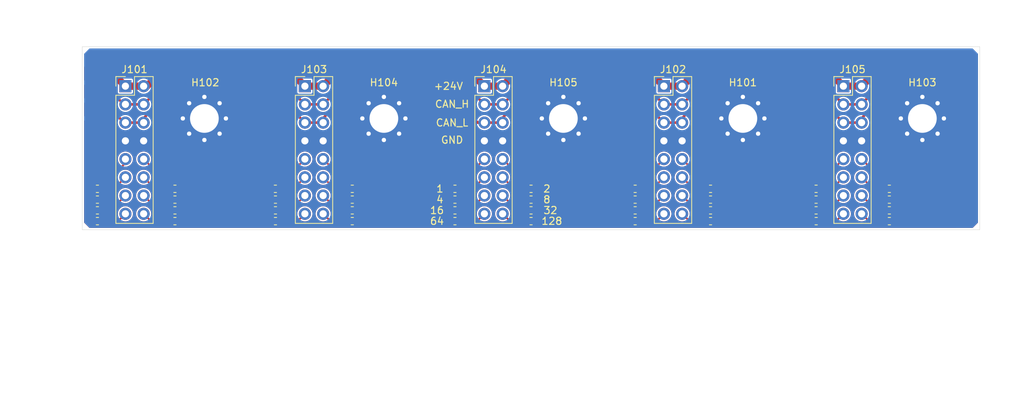
<source format=kicad_pcb>
(kicad_pcb (version 20171130) (host pcbnew 5.1.8-db9833491~87~ubuntu18.04.1)
  (layers (0 F.Cu signal) (31 B.Cu signal) (34 B.Paste user) (35 F.Paste user) (36 B.SilkS user) (37 F.SilkS user) (38 B.Mask user) (39 F.Mask user) (44 Edge.Cuts user))
  (net 0 "")
  (net 1 +24V)
  (net 2 "Net-(J101-Pad14)")
  (net 3 "Net-(J101-Pad13)")
  (net 4 "Net-(J101-Pad12)")
  (net 5 "Net-(J101-Pad11)")
  (net 6 "Net-(J101-Pad10)")
  (net 7 "Net-(J101-Pad9)")
  (net 8 /CAN1_L)
  (net 9 /CAN1_H)
  (net 10 "Net-(J102-Pad14)")
  (net 11 "Net-(J102-Pad13)")
  (net 12 "Net-(J102-Pad12)")
  (net 13 "Net-(J102-Pad11)")
  (net 14 "Net-(J102-Pad10)")
  (net 15 "Net-(J102-Pad9)")
  (net 16 "Net-(J103-Pad14)")
  (net 17 "Net-(J103-Pad13)")
  (net 18 "Net-(J103-Pad12)")
  (net 19 "Net-(J103-Pad11)")
  (net 20 "Net-(J103-Pad10)")
  (net 21 "Net-(J103-Pad9)")
  (net 22 "Net-(J104-Pad14)")
  (net 23 "Net-(J104-Pad13)")
  (net 24 "Net-(J104-Pad12)")
  (net 25 "Net-(J104-Pad11)")
  (net 26 "Net-(J104-Pad10)")
  (net 27 "Net-(J104-Pad9)")
  (net 28 "Net-(J105-Pad14)")
  (net 29 "Net-(J105-Pad13)")
  (net 30 "Net-(J105-Pad12)")
  (net 31 "Net-(J105-Pad11)")
  (net 32 "Net-(J105-Pad10)")
  (net 33 "Net-(J105-Pad9)")
  (net 34 "Net-(J101-Pad15)")
  (net 35 "Net-(J102-Pad15)")
  (net 36 "Net-(J103-Pad15)")
  (net 37 "Net-(J101-Pad16)")
  (net 38 "Net-(J102-Pad16)")
  (net 39 "Net-(J103-Pad16)")
  (net 40 "Net-(J104-Pad15)")
  (net 41 "Net-(J105-Pad15)")
  (net 42 "Net-(J104-Pad16)")
  (net 43 "Net-(J105-Pad16)")
  (net 44 GND)
  (module ProjectFootprints:PinHeader_2x08_P2.54mm_Vertical (layer F.Cu) (at 140 30)
    (fp_text reference J105 (at 1.27 -2.33) (layer F.SilkS))
    (fp_text value Conn_02x07_Odd_Even)
    (pad 1 thru_hole rect (at 0 0) (size 1.7 1.7) (drill 1) (layers *.Cu *.Mask) (net 1 +24V))
    (pad 2 thru_hole oval (at 2.54 0) (size 1.7 1.7) (drill 1) (layers *.Cu *.Mask) (net 1 +24V))
    (pad 3 thru_hole oval (at 0 2.54) (size 1.7 1.7) (drill 1) (layers *.Cu *.Mask) (net 9 /CAN1_H))
    (pad 4 thru_hole oval (at 2.54 2.54) (size 1.7 1.7) (drill 1) (layers *.Cu *.Mask) (net 9 /CAN1_H))
    (pad 5 thru_hole oval (at 0 5.08) (size 1.7 1.7) (drill 1) (layers *.Cu *.Mask) (net 8 /CAN1_L))
    (pad 6 thru_hole oval (at 2.54 5.08) (size 1.7 1.7) (drill 1) (layers *.Cu *.Mask) (net 8 /CAN1_L))
    (pad 7 thru_hole oval (at 0 7.62) (size 1.7 1.7) (drill 1) (layers *.Cu *.Mask) (net 44 GND))
    (pad 8 thru_hole oval (at 2.54 7.62) (size 1.7 1.7) (drill 1) (layers *.Cu *.Mask) (net 44 GND))
    (pad 9 thru_hole oval (at 0 10.16) (size 1.7 1.7) (drill 1) (layers *.Cu *.Mask) (net 33 "Net-(J105-Pad9)"))
    (pad 10 thru_hole oval (at 2.54 10.16) (size 1.7 1.7) (drill 1) (layers *.Cu *.Mask) (net 32 "Net-(J105-Pad10)"))
    (pad 11 thru_hole oval (at 0 12.7) (size 1.7 1.7) (drill 1) (layers *.Cu *.Mask) (net 31 "Net-(J105-Pad11)"))
    (pad 12 thru_hole oval (at 2.54 12.7) (size 1.7 1.7) (drill 1) (layers *.Cu *.Mask) (net 30 "Net-(J105-Pad12)"))
    (pad 13 thru_hole oval (at 0 15.24) (size 1.7 1.7) (drill 1) (layers *.Cu *.Mask) (net 29 "Net-(J105-Pad13)"))
    (pad 14 thru_hole oval (at 2.54 15.24) (size 1.7 1.7) (drill 1) (layers *.Cu *.Mask) (net 28 "Net-(J105-Pad14)"))
    (pad 15 thru_hole oval (at 0 17.78) (size 1.7 1.7) (drill 1) (layers *.Cu *.Mask) (net 41 "Net-(J105-Pad15)"))
    (pad 16 thru_hole oval (at 2.54 17.78) (size 1.7 1.7) (drill 1) (layers *.Cu *.Mask) (net 43 "Net-(J105-Pad16)"))
  )
  (module ProjectFootprints:PinHeader_2x08_P2.54mm_Vertical (layer F.Cu) (at 90 30)
    (fp_text reference J104 (at 1.27 -2.33) (layer F.SilkS))
    (fp_text value Conn_02x07_Odd_Even)
    (pad 1 thru_hole rect (at 0 0) (size 1.7 1.7) (drill 1) (layers *.Cu *.Mask) (net 1 +24V))
    (pad 2 thru_hole oval (at 2.54 0) (size 1.7 1.7) (drill 1) (layers *.Cu *.Mask) (net 1 +24V))
    (pad 3 thru_hole oval (at 0 2.54) (size 1.7 1.7) (drill 1) (layers *.Cu *.Mask) (net 9 /CAN1_H))
    (pad 4 thru_hole oval (at 2.54 2.54) (size 1.7 1.7) (drill 1) (layers *.Cu *.Mask) (net 9 /CAN1_H))
    (pad 5 thru_hole oval (at 0 5.08) (size 1.7 1.7) (drill 1) (layers *.Cu *.Mask) (net 8 /CAN1_L))
    (pad 6 thru_hole oval (at 2.54 5.08) (size 1.7 1.7) (drill 1) (layers *.Cu *.Mask) (net 8 /CAN1_L))
    (pad 7 thru_hole oval (at 0 7.62) (size 1.7 1.7) (drill 1) (layers *.Cu *.Mask) (net 44 GND))
    (pad 8 thru_hole oval (at 2.54 7.62) (size 1.7 1.7) (drill 1) (layers *.Cu *.Mask) (net 44 GND))
    (pad 9 thru_hole oval (at 0 10.16) (size 1.7 1.7) (drill 1) (layers *.Cu *.Mask) (net 27 "Net-(J104-Pad9)"))
    (pad 10 thru_hole oval (at 2.54 10.16) (size 1.7 1.7) (drill 1) (layers *.Cu *.Mask) (net 26 "Net-(J104-Pad10)"))
    (pad 11 thru_hole oval (at 0 12.7) (size 1.7 1.7) (drill 1) (layers *.Cu *.Mask) (net 25 "Net-(J104-Pad11)"))
    (pad 12 thru_hole oval (at 2.54 12.7) (size 1.7 1.7) (drill 1) (layers *.Cu *.Mask) (net 24 "Net-(J104-Pad12)"))
    (pad 13 thru_hole oval (at 0 15.24) (size 1.7 1.7) (drill 1) (layers *.Cu *.Mask) (net 23 "Net-(J104-Pad13)"))
    (pad 14 thru_hole oval (at 2.54 15.24) (size 1.7 1.7) (drill 1) (layers *.Cu *.Mask) (net 22 "Net-(J104-Pad14)"))
    (pad 15 thru_hole oval (at 0 17.78) (size 1.7 1.7) (drill 1) (layers *.Cu *.Mask) (net 40 "Net-(J104-Pad15)"))
    (pad 16 thru_hole oval (at 2.54 17.78) (size 1.7 1.7) (drill 1) (layers *.Cu *.Mask) (net 42 "Net-(J104-Pad16)"))
  )
  (module ProjectFootprints:PinHeader_2x08_P2.54mm_Vertical (layer F.Cu) (at 65 30)
    (fp_text reference J103 (at 1.27 -2.33) (layer F.SilkS))
    (fp_text value Conn_02x07_Odd_Even)
    (pad 1 thru_hole rect (at 0 0) (size 1.7 1.7) (drill 1) (layers *.Cu *.Mask) (net 1 +24V))
    (pad 2 thru_hole oval (at 2.54 0) (size 1.7 1.7) (drill 1) (layers *.Cu *.Mask) (net 1 +24V))
    (pad 3 thru_hole oval (at 0 2.54) (size 1.7 1.7) (drill 1) (layers *.Cu *.Mask) (net 9 /CAN1_H))
    (pad 4 thru_hole oval (at 2.54 2.54) (size 1.7 1.7) (drill 1) (layers *.Cu *.Mask) (net 9 /CAN1_H))
    (pad 5 thru_hole oval (at 0 5.08) (size 1.7 1.7) (drill 1) (layers *.Cu *.Mask) (net 8 /CAN1_L))
    (pad 6 thru_hole oval (at 2.54 5.08) (size 1.7 1.7) (drill 1) (layers *.Cu *.Mask) (net 8 /CAN1_L))
    (pad 7 thru_hole oval (at 0 7.62) (size 1.7 1.7) (drill 1) (layers *.Cu *.Mask) (net 44 GND))
    (pad 8 thru_hole oval (at 2.54 7.62) (size 1.7 1.7) (drill 1) (layers *.Cu *.Mask) (net 44 GND))
    (pad 9 thru_hole oval (at 0 10.16) (size 1.7 1.7) (drill 1) (layers *.Cu *.Mask) (net 21 "Net-(J103-Pad9)"))
    (pad 10 thru_hole oval (at 2.54 10.16) (size 1.7 1.7) (drill 1) (layers *.Cu *.Mask) (net 20 "Net-(J103-Pad10)"))
    (pad 11 thru_hole oval (at 0 12.7) (size 1.7 1.7) (drill 1) (layers *.Cu *.Mask) (net 19 "Net-(J103-Pad11)"))
    (pad 12 thru_hole oval (at 2.54 12.7) (size 1.7 1.7) (drill 1) (layers *.Cu *.Mask) (net 18 "Net-(J103-Pad12)"))
    (pad 13 thru_hole oval (at 0 15.24) (size 1.7 1.7) (drill 1) (layers *.Cu *.Mask) (net 17 "Net-(J103-Pad13)"))
    (pad 14 thru_hole oval (at 2.54 15.24) (size 1.7 1.7) (drill 1) (layers *.Cu *.Mask) (net 16 "Net-(J103-Pad14)"))
    (pad 15 thru_hole oval (at 0 17.78) (size 1.7 1.7) (drill 1) (layers *.Cu *.Mask) (net 36 "Net-(J103-Pad15)"))
    (pad 16 thru_hole oval (at 2.54 17.78) (size 1.7 1.7) (drill 1) (layers *.Cu *.Mask) (net 39 "Net-(J103-Pad16)"))
  )
  (module ProjectFootprints:PinHeader_2x08_P2.54mm_Vertical (layer F.Cu) (at 115 30)
    (fp_text reference J102 (at 1.27 -2.33) (layer F.SilkS))
    (fp_text value Conn_02x07_Odd_Even)
    (pad 1 thru_hole rect (at 0 0) (size 1.7 1.7) (drill 1) (layers *.Cu *.Mask) (net 1 +24V))
    (pad 2 thru_hole oval (at 2.54 0) (size 1.7 1.7) (drill 1) (layers *.Cu *.Mask) (net 1 +24V))
    (pad 3 thru_hole oval (at 0 2.54) (size 1.7 1.7) (drill 1) (layers *.Cu *.Mask) (net 9 /CAN1_H))
    (pad 4 thru_hole oval (at 2.54 2.54) (size 1.7 1.7) (drill 1) (layers *.Cu *.Mask) (net 9 /CAN1_H))
    (pad 5 thru_hole oval (at 0 5.08) (size 1.7 1.7) (drill 1) (layers *.Cu *.Mask) (net 8 /CAN1_L))
    (pad 6 thru_hole oval (at 2.54 5.08) (size 1.7 1.7) (drill 1) (layers *.Cu *.Mask) (net 8 /CAN1_L))
    (pad 7 thru_hole oval (at 0 7.62) (size 1.7 1.7) (drill 1) (layers *.Cu *.Mask) (net 44 GND))
    (pad 8 thru_hole oval (at 2.54 7.62) (size 1.7 1.7) (drill 1) (layers *.Cu *.Mask) (net 44 GND))
    (pad 9 thru_hole oval (at 0 10.16) (size 1.7 1.7) (drill 1) (layers *.Cu *.Mask) (net 15 "Net-(J102-Pad9)"))
    (pad 10 thru_hole oval (at 2.54 10.16) (size 1.7 1.7) (drill 1) (layers *.Cu *.Mask) (net 14 "Net-(J102-Pad10)"))
    (pad 11 thru_hole oval (at 0 12.7) (size 1.7 1.7) (drill 1) (layers *.Cu *.Mask) (net 13 "Net-(J102-Pad11)"))
    (pad 12 thru_hole oval (at 2.54 12.7) (size 1.7 1.7) (drill 1) (layers *.Cu *.Mask) (net 12 "Net-(J102-Pad12)"))
    (pad 13 thru_hole oval (at 0 15.24) (size 1.7 1.7) (drill 1) (layers *.Cu *.Mask) (net 11 "Net-(J102-Pad13)"))
    (pad 14 thru_hole oval (at 2.54 15.24) (size 1.7 1.7) (drill 1) (layers *.Cu *.Mask) (net 10 "Net-(J102-Pad14)"))
    (pad 15 thru_hole oval (at 0 17.78) (size 1.7 1.7) (drill 1) (layers *.Cu *.Mask) (net 35 "Net-(J102-Pad15)"))
    (pad 16 thru_hole oval (at 2.54 17.78) (size 1.7 1.7) (drill 1) (layers *.Cu *.Mask) (net 38 "Net-(J102-Pad16)"))
  )
  (module ProjectFootprints:PinHeader_2x08_P2.54mm_Vertical (layer F.Cu) (at 40 30)
    (fp_text reference J101 (at 1.27 -2.33) (layer F.SilkS))
    (fp_text value Conn_02x07_Odd_Even)
    (pad 1 thru_hole rect (at 0 0) (size 1.7 1.7) (drill 1) (layers *.Cu *.Mask) (net 1 +24V))
    (pad 2 thru_hole oval (at 2.54 0) (size 1.7 1.7) (drill 1) (layers *.Cu *.Mask) (net 1 +24V))
    (pad 3 thru_hole oval (at 0 2.54) (size 1.7 1.7) (drill 1) (layers *.Cu *.Mask) (net 9 /CAN1_H))
    (pad 4 thru_hole oval (at 2.54 2.54) (size 1.7 1.7) (drill 1) (layers *.Cu *.Mask) (net 9 /CAN1_H))
    (pad 5 thru_hole oval (at 0 5.08) (size 1.7 1.7) (drill 1) (layers *.Cu *.Mask) (net 8 /CAN1_L))
    (pad 6 thru_hole oval (at 2.54 5.08) (size 1.7 1.7) (drill 1) (layers *.Cu *.Mask) (net 8 /CAN1_L))
    (pad 7 thru_hole oval (at 0 7.62) (size 1.7 1.7) (drill 1) (layers *.Cu *.Mask) (net 44 GND))
    (pad 8 thru_hole oval (at 2.54 7.62) (size 1.7 1.7) (drill 1) (layers *.Cu *.Mask) (net 44 GND))
    (pad 9 thru_hole oval (at 0 10.16) (size 1.7 1.7) (drill 1) (layers *.Cu *.Mask) (net 7 "Net-(J101-Pad9)"))
    (pad 10 thru_hole oval (at 2.54 10.16) (size 1.7 1.7) (drill 1) (layers *.Cu *.Mask) (net 6 "Net-(J101-Pad10)"))
    (pad 11 thru_hole oval (at 0 12.7) (size 1.7 1.7) (drill 1) (layers *.Cu *.Mask) (net 5 "Net-(J101-Pad11)"))
    (pad 12 thru_hole oval (at 2.54 12.7) (size 1.7 1.7) (drill 1) (layers *.Cu *.Mask) (net 4 "Net-(J101-Pad12)"))
    (pad 13 thru_hole oval (at 0 15.24) (size 1.7 1.7) (drill 1) (layers *.Cu *.Mask) (net 3 "Net-(J101-Pad13)"))
    (pad 14 thru_hole oval (at 2.54 15.24) (size 1.7 1.7) (drill 1) (layers *.Cu *.Mask) (net 2 "Net-(J101-Pad14)"))
    (pad 15 thru_hole oval (at 0 17.78) (size 1.7 1.7) (drill 1) (layers *.Cu *.Mask) (net 34 "Net-(J101-Pad15)"))
    (pad 16 thru_hole oval (at 2.54 17.78) (size 1.7 1.7) (drill 1) (layers *.Cu *.Mask) (net 37 "Net-(J101-Pad16)"))
  )
  (module Resistor_SMD:R_0603_1608Metric (layer F.Cu) (at 146.4 48.8 180)
    (fp_text reference R140 hide)
    (fp_text value 0R)
    (pad 2 smd roundrect (at 0.7875 0 180) (size 0.875 0.95) (layers F.Cu F.Paste F.Mask) (net 43 "Net-(J105-Pad16)"))
    (pad 1 smd roundrect (at -0.7875 0 180) (size 0.875 0.95) (layers F.Cu F.Paste F.Mask) (net 44 GND))
  )
  (module Resistor_SMD:R_0603_1608Metric (layer F.Cu) (at 146.4 47.3 180)
    (fp_text reference R139 hide)
    (fp_text value 0R)
    (pad 2 smd roundrect (at 0.7875 0 180) (size 0.875 0.95) (layers F.Cu F.Paste F.Mask) (net 28 "Net-(J105-Pad14)"))
    (pad 1 smd roundrect (at -0.7875 0 180) (size 0.875 0.95) (layers F.Cu F.Paste F.Mask) (net 44 GND))
  )
  (module Resistor_SMD:R_0603_1608Metric (layer F.Cu) (at 146.4 45.8 180)
    (fp_text reference R138 hide)
    (fp_text value 0R)
    (pad 2 smd roundrect (at 0.7875 0 180) (size 0.875 0.95) (layers F.Cu F.Paste F.Mask) (net 30 "Net-(J105-Pad12)"))
    (pad 1 smd roundrect (at -0.7875 0 180) (size 0.875 0.95) (layers F.Cu F.Paste F.Mask) (net 44 GND))
  )
  (module Resistor_SMD:R_0603_1608Metric (layer F.Cu) (at 146.4 44.3 180)
    (fp_text reference R137 hide)
    (fp_text value 0R)
    (pad 2 smd roundrect (at 0.7875 0 180) (size 0.875 0.95) (layers F.Cu F.Paste F.Mask) (net 32 "Net-(J105-Pad10)"))
    (pad 1 smd roundrect (at -0.7875 0 180) (size 0.875 0.95) (layers F.Cu F.Paste F.Mask) (net 44 GND))
  )
  (module Resistor_SMD:R_0603_1608Metric (layer F.Cu) (at 96.5 48.8 180)
    (fp_text reference R136 hide)
    (fp_text value 0R)
    (pad 2 smd roundrect (at 0.7875 0 180) (size 0.875 0.95) (layers F.Cu F.Paste F.Mask) (net 42 "Net-(J104-Pad16)"))
    (pad 1 smd roundrect (at -0.7875 0 180) (size 0.875 0.95) (layers F.Cu F.Paste F.Mask) (net 44 GND))
  )
  (module Resistor_SMD:R_0603_1608Metric (layer F.Cu) (at 96.5 47.3 180)
    (fp_text reference R135 hide)
    (fp_text value 0R)
    (pad 2 smd roundrect (at 0.7875 0 180) (size 0.875 0.95) (layers F.Cu F.Paste F.Mask) (net 22 "Net-(J104-Pad14)"))
    (pad 1 smd roundrect (at -0.7875 0 180) (size 0.875 0.95) (layers F.Cu F.Paste F.Mask) (net 44 GND))
  )
  (module Resistor_SMD:R_0603_1608Metric (layer F.Cu) (at 96.5 45.8 180)
    (fp_text reference R134 hide)
    (fp_text value 0R)
    (pad 2 smd roundrect (at 0.7875 0 180) (size 0.875 0.95) (layers F.Cu F.Paste F.Mask) (net 24 "Net-(J104-Pad12)"))
    (pad 1 smd roundrect (at -0.7875 0 180) (size 0.875 0.95) (layers F.Cu F.Paste F.Mask) (net 44 GND))
  )
  (module Resistor_SMD:R_0603_1608Metric (layer F.Cu) (at 96.5 44.3 180)
    (fp_text reference R133 hide)
    (fp_text value 0R)
    (pad 2 smd roundrect (at 0.7875 0 180) (size 0.875 0.95) (layers F.Cu F.Paste F.Mask) (net 26 "Net-(J104-Pad10)"))
    (pad 1 smd roundrect (at -0.7875 0 180) (size 0.875 0.95) (layers F.Cu F.Paste F.Mask) (net 44 GND))
  )
  (module Resistor_SMD:R_0603_1608Metric (layer F.Cu) (at 136.2125 48.8)
    (fp_text reference R132 hide)
    (fp_text value 0R)
    (pad 2 smd roundrect (at 0.7875 0) (size 0.875 0.95) (layers F.Cu F.Paste F.Mask) (net 41 "Net-(J105-Pad15)"))
    (pad 1 smd roundrect (at -0.7875 0) (size 0.875 0.95) (layers F.Cu F.Paste F.Mask) (net 44 GND))
  )
  (module Resistor_SMD:R_0603_1608Metric (layer F.Cu) (at 136.2 47.3)
    (fp_text reference R131 hide)
    (fp_text value 0R)
    (pad 2 smd roundrect (at 0.7875 0) (size 0.875 0.95) (layers F.Cu F.Paste F.Mask) (net 29 "Net-(J105-Pad13)"))
    (pad 1 smd roundrect (at -0.7875 0) (size 0.875 0.95) (layers F.Cu F.Paste F.Mask) (net 44 GND))
  )
  (module Resistor_SMD:R_0603_1608Metric (layer F.Cu) (at 136.2 45.8)
    (fp_text reference R130 hide)
    (fp_text value 0R)
    (pad 2 smd roundrect (at 0.7875 0) (size 0.875 0.95) (layers F.Cu F.Paste F.Mask) (net 31 "Net-(J105-Pad11)"))
    (pad 1 smd roundrect (at -0.7875 0) (size 0.875 0.95) (layers F.Cu F.Paste F.Mask) (net 44 GND))
  )
  (module Resistor_SMD:R_0603_1608Metric (layer F.Cu) (at 136.2 44.3)
    (fp_text reference R129 hide)
    (fp_text value 0R)
    (pad 2 smd roundrect (at 0.7875 0) (size 0.875 0.95) (layers F.Cu F.Paste F.Mask) (net 33 "Net-(J105-Pad9)"))
    (pad 1 smd roundrect (at -0.7875 0) (size 0.875 0.95) (layers F.Cu F.Paste F.Mask) (net 44 GND))
  )
  (module Resistor_SMD:R_0603_1608Metric (layer F.Cu) (at 85.9 48.8)
    (fp_text reference R128 hide)
    (fp_text value 0R)
    (pad 2 smd roundrect (at 0.7875 0) (size 0.875 0.95) (layers F.Cu F.Paste F.Mask) (net 40 "Net-(J104-Pad15)"))
    (pad 1 smd roundrect (at -0.7875 0) (size 0.875 0.95) (layers F.Cu F.Paste F.Mask) (net 44 GND))
  )
  (module Resistor_SMD:R_0603_1608Metric (layer F.Cu) (at 85.9 47.3)
    (fp_text reference R127 hide)
    (fp_text value 0R)
    (pad 2 smd roundrect (at 0.7875 0) (size 0.875 0.95) (layers F.Cu F.Paste F.Mask) (net 23 "Net-(J104-Pad13)"))
    (pad 1 smd roundrect (at -0.7875 0) (size 0.875 0.95) (layers F.Cu F.Paste F.Mask) (net 44 GND))
  )
  (module Resistor_SMD:R_0603_1608Metric (layer F.Cu) (at 85.9 45.8)
    (fp_text reference R126 hide)
    (fp_text value 0R)
    (pad 2 smd roundrect (at 0.7875 0) (size 0.875 0.95) (layers F.Cu F.Paste F.Mask) (net 25 "Net-(J104-Pad11)"))
    (pad 1 smd roundrect (at -0.7875 0) (size 0.875 0.95) (layers F.Cu F.Paste F.Mask) (net 44 GND))
  )
  (module Resistor_SMD:R_0603_1608Metric (layer F.Cu) (at 85.9 44.3)
    (fp_text reference R125 hide)
    (fp_text value 0R)
    (pad 2 smd roundrect (at 0.7875 0) (size 0.875 0.95) (layers F.Cu F.Paste F.Mask) (net 27 "Net-(J104-Pad9)"))
    (pad 1 smd roundrect (at -0.7875 0) (size 0.875 0.95) (layers F.Cu F.Paste F.Mask) (net 44 GND))
  )
  (module Resistor_SMD:R_0603_1608Metric (layer F.Cu) (at 71.6 48.8 180)
    (fp_text reference R124 hide)
    (fp_text value 0R)
    (pad 2 smd roundrect (at 0.7875 0 180) (size 0.875 0.95) (layers F.Cu F.Paste F.Mask) (net 39 "Net-(J103-Pad16)"))
    (pad 1 smd roundrect (at -0.7875 0 180) (size 0.875 0.95) (layers F.Cu F.Paste F.Mask) (net 44 GND))
  )
  (module Resistor_SMD:R_0603_1608Metric (layer F.Cu) (at 71.6 47.3 180)
    (fp_text reference R123 hide)
    (fp_text value 0R)
    (pad 2 smd roundrect (at 0.7875 0 180) (size 0.875 0.95) (layers F.Cu F.Paste F.Mask) (net 16 "Net-(J103-Pad14)"))
    (pad 1 smd roundrect (at -0.7875 0 180) (size 0.875 0.95) (layers F.Cu F.Paste F.Mask) (net 44 GND))
  )
  (module Resistor_SMD:R_0603_1608Metric (layer F.Cu) (at 71.6 45.8 180)
    (fp_text reference R122 hide)
    (fp_text value 0R)
    (pad 2 smd roundrect (at 0.7875 0 180) (size 0.875 0.95) (layers F.Cu F.Paste F.Mask) (net 18 "Net-(J103-Pad12)"))
    (pad 1 smd roundrect (at -0.7875 0 180) (size 0.875 0.95) (layers F.Cu F.Paste F.Mask) (net 44 GND))
  )
  (module Resistor_SMD:R_0603_1608Metric (layer F.Cu) (at 71.6 44.3 180)
    (fp_text reference R121 hide)
    (fp_text value 0R)
    (pad 2 smd roundrect (at 0.7875 0 180) (size 0.875 0.95) (layers F.Cu F.Paste F.Mask) (net 20 "Net-(J103-Pad10)"))
    (pad 1 smd roundrect (at -0.7875 0 180) (size 0.875 0.95) (layers F.Cu F.Paste F.Mask) (net 44 GND))
  )
  (module Resistor_SMD:R_0603_1608Metric (layer F.Cu) (at 121.5 48.8 180)
    (fp_text reference R120 hide)
    (fp_text value 0R)
    (pad 2 smd roundrect (at 0.7875 0 180) (size 0.875 0.95) (layers F.Cu F.Paste F.Mask) (net 38 "Net-(J102-Pad16)"))
    (pad 1 smd roundrect (at -0.7875 0 180) (size 0.875 0.95) (layers F.Cu F.Paste F.Mask) (net 44 GND))
  )
  (module Resistor_SMD:R_0603_1608Metric (layer F.Cu) (at 121.5 47.3 180)
    (fp_text reference R119 hide)
    (fp_text value 0R)
    (pad 2 smd roundrect (at 0.7875 0 180) (size 0.875 0.95) (layers F.Cu F.Paste F.Mask) (net 10 "Net-(J102-Pad14)"))
    (pad 1 smd roundrect (at -0.7875 0 180) (size 0.875 0.95) (layers F.Cu F.Paste F.Mask) (net 44 GND))
  )
  (module Resistor_SMD:R_0603_1608Metric (layer F.Cu) (at 121.5 45.8 180)
    (fp_text reference R118 hide)
    (fp_text value 0R)
    (pad 2 smd roundrect (at 0.7875 0 180) (size 0.875 0.95) (layers F.Cu F.Paste F.Mask) (net 12 "Net-(J102-Pad12)"))
    (pad 1 smd roundrect (at -0.7875 0 180) (size 0.875 0.95) (layers F.Cu F.Paste F.Mask) (net 44 GND))
  )
  (module Resistor_SMD:R_0603_1608Metric (layer F.Cu) (at 121.5 44.3 180)
    (fp_text reference R117 hide)
    (fp_text value 0R)
    (pad 2 smd roundrect (at 0.7875 0 180) (size 0.875 0.95) (layers F.Cu F.Paste F.Mask) (net 14 "Net-(J102-Pad10)"))
    (pad 1 smd roundrect (at -0.7875 0 180) (size 0.875 0.95) (layers F.Cu F.Paste F.Mask) (net 44 GND))
  )
  (module Resistor_SMD:R_0603_1608Metric (layer F.Cu) (at 46.9 48.8 180)
    (fp_text reference R116 hide)
    (fp_text value 0R)
    (pad 2 smd roundrect (at 0.7875 0 180) (size 0.875 0.95) (layers F.Cu F.Paste F.Mask) (net 37 "Net-(J101-Pad16)"))
    (pad 1 smd roundrect (at -0.7875 0 180) (size 0.875 0.95) (layers F.Cu F.Paste F.Mask) (net 44 GND))
  )
  (module Resistor_SMD:R_0603_1608Metric (layer F.Cu) (at 46.9 47.3 180)
    (fp_text reference R115 hide)
    (fp_text value 0R)
    (pad 2 smd roundrect (at 0.7875 0 180) (size 0.875 0.95) (layers F.Cu F.Paste F.Mask) (net 2 "Net-(J101-Pad14)"))
    (pad 1 smd roundrect (at -0.7875 0 180) (size 0.875 0.95) (layers F.Cu F.Paste F.Mask) (net 44 GND))
  )
  (module Resistor_SMD:R_0603_1608Metric (layer F.Cu) (at 46.9 45.8 180)
    (fp_text reference R114 hide)
    (fp_text value 0R)
    (pad 2 smd roundrect (at 0.7875 0 180) (size 0.875 0.95) (layers F.Cu F.Paste F.Mask) (net 4 "Net-(J101-Pad12)"))
    (pad 1 smd roundrect (at -0.7875 0 180) (size 0.875 0.95) (layers F.Cu F.Paste F.Mask) (net 44 GND))
  )
  (module Resistor_SMD:R_0603_1608Metric (layer F.Cu) (at 46.9 44.3 180)
    (fp_text reference R113 hide)
    (fp_text value 0R)
    (pad 2 smd roundrect (at 0.7875 0 180) (size 0.875 0.95) (layers F.Cu F.Paste F.Mask) (net 6 "Net-(J101-Pad10)"))
    (pad 1 smd roundrect (at -0.7875 0 180) (size 0.875 0.95) (layers F.Cu F.Paste F.Mask) (net 44 GND))
  )
  (module Resistor_SMD:R_0603_1608Metric (layer F.Cu) (at 60.9 48.8)
    (fp_text reference R112 hide)
    (fp_text value 0R)
    (pad 2 smd roundrect (at 0.7875 0) (size 0.875 0.95) (layers F.Cu F.Paste F.Mask) (net 36 "Net-(J103-Pad15)"))
    (pad 1 smd roundrect (at -0.7875 0) (size 0.875 0.95) (layers F.Cu F.Paste F.Mask) (net 44 GND))
  )
  (module Resistor_SMD:R_0603_1608Metric (layer F.Cu) (at 60.9 47.3)
    (fp_text reference R111 hide)
    (fp_text value 0R)
    (pad 2 smd roundrect (at 0.7875 0) (size 0.875 0.95) (layers F.Cu F.Paste F.Mask) (net 17 "Net-(J103-Pad13)"))
    (pad 1 smd roundrect (at -0.7875 0) (size 0.875 0.95) (layers F.Cu F.Paste F.Mask) (net 44 GND))
  )
  (module Resistor_SMD:R_0603_1608Metric (layer F.Cu) (at 60.9 45.8)
    (fp_text reference R110 hide)
    (fp_text value 0R)
    (pad 2 smd roundrect (at 0.7875 0) (size 0.875 0.95) (layers F.Cu F.Paste F.Mask) (net 19 "Net-(J103-Pad11)"))
    (pad 1 smd roundrect (at -0.7875 0) (size 0.875 0.95) (layers F.Cu F.Paste F.Mask) (net 44 GND))
  )
  (module Resistor_SMD:R_0603_1608Metric (layer F.Cu) (at 60.8875 44.3)
    (fp_text reference R109 hide)
    (fp_text value 0R)
    (pad 2 smd roundrect (at 0.7875 0) (size 0.875 0.95) (layers F.Cu F.Paste F.Mask) (net 21 "Net-(J103-Pad9)"))
    (pad 1 smd roundrect (at -0.7875 0) (size 0.875 0.95) (layers F.Cu F.Paste F.Mask) (net 44 GND))
  )
  (module Resistor_SMD:R_0603_1608Metric (layer F.Cu) (at 111 48.8)
    (fp_text reference R108 hide)
    (fp_text value 0R)
    (pad 2 smd roundrect (at 0.7875 0) (size 0.875 0.95) (layers F.Cu F.Paste F.Mask) (net 35 "Net-(J102-Pad15)"))
    (pad 1 smd roundrect (at -0.7875 0) (size 0.875 0.95) (layers F.Cu F.Paste F.Mask) (net 44 GND))
  )
  (module Resistor_SMD:R_0603_1608Metric (layer F.Cu) (at 111 47.3)
    (fp_text reference R107 hide)
    (fp_text value 0R)
    (pad 2 smd roundrect (at 0.7875 0) (size 0.875 0.95) (layers F.Cu F.Paste F.Mask) (net 11 "Net-(J102-Pad13)"))
    (pad 1 smd roundrect (at -0.7875 0) (size 0.875 0.95) (layers F.Cu F.Paste F.Mask) (net 44 GND))
  )
  (module Resistor_SMD:R_0603_1608Metric (layer F.Cu) (at 111 45.8)
    (fp_text reference R106 hide)
    (fp_text value 0R)
    (pad 2 smd roundrect (at 0.7875 0) (size 0.875 0.95) (layers F.Cu F.Paste F.Mask) (net 13 "Net-(J102-Pad11)"))
    (pad 1 smd roundrect (at -0.7875 0) (size 0.875 0.95) (layers F.Cu F.Paste F.Mask) (net 44 GND))
  )
  (module Resistor_SMD:R_0603_1608Metric (layer F.Cu) (at 111 44.3)
    (fp_text reference R105 hide)
    (fp_text value 0R)
    (pad 2 smd roundrect (at 0.7875 0) (size 0.875 0.95) (layers F.Cu F.Paste F.Mask) (net 15 "Net-(J102-Pad9)"))
    (pad 1 smd roundrect (at -0.7875 0) (size 0.875 0.95) (layers F.Cu F.Paste F.Mask) (net 44 GND))
  )
  (module Resistor_SMD:R_0603_1608Metric (layer F.Cu) (at 36.1 48.8)
    (fp_text reference R104 hide)
    (fp_text value 0R)
    (pad 2 smd roundrect (at 0.7875 0) (size 0.875 0.95) (layers F.Cu F.Paste F.Mask) (net 34 "Net-(J101-Pad15)"))
    (pad 1 smd roundrect (at -0.7875 0) (size 0.875 0.95) (layers F.Cu F.Paste F.Mask) (net 44 GND))
  )
  (module Resistor_SMD:R_0603_1608Metric (layer F.Cu) (at 36.1 47.3)
    (fp_text reference R103 hide)
    (fp_text value 0R)
    (pad 2 smd roundrect (at 0.7875 0) (size 0.875 0.95) (layers F.Cu F.Paste F.Mask) (net 3 "Net-(J101-Pad13)"))
    (pad 1 smd roundrect (at -0.7875 0) (size 0.875 0.95) (layers F.Cu F.Paste F.Mask) (net 44 GND))
  )
  (module Resistor_SMD:R_0603_1608Metric (layer F.Cu) (at 36.1 45.8)
    (fp_text reference R102 hide)
    (fp_text value 0R)
    (pad 2 smd roundrect (at 0.7875 0) (size 0.875 0.95) (layers F.Cu F.Paste F.Mask) (net 5 "Net-(J101-Pad11)"))
    (pad 1 smd roundrect (at -0.7875 0) (size 0.875 0.95) (layers F.Cu F.Paste F.Mask) (net 44 GND))
  )
  (module Resistor_SMD:R_0603_1608Metric (layer F.Cu) (at 36.1 44.3)
    (fp_text reference R101 hide)
    (fp_text value 0R)
    (pad 2 smd roundrect (at 0.7875 0) (size 0.875 0.95) (layers F.Cu F.Paste F.Mask) (net 7 "Net-(J101-Pad9)"))
    (pad 1 smd roundrect (at -0.7875 0) (size 0.875 0.95) (layers F.Cu F.Paste F.Mask) (net 44 GND))
  )
  (module MountingHole:MountingHole_4mm_Pad_Via (layer F.Cu) (at 101 34.5)
    (fp_text reference H105 (at 0 -5) (layer F.SilkS))
    (fp_text value MountingHole_Pad)
    (pad 1 thru_hole circle (at 2.12132 -2.12132) (size 0.9 0.9) (drill 0.6) (layers *.Cu *.Mask) (net 44 GND))
    (pad 1 thru_hole circle (at 0 -3) (size 0.9 0.9) (drill 0.6) (layers *.Cu *.Mask) (net 44 GND))
    (pad 1 thru_hole circle (at -2.12132 -2.12132) (size 0.9 0.9) (drill 0.6) (layers *.Cu *.Mask) (net 44 GND))
    (pad 1 thru_hole circle (at -3 0) (size 0.9 0.9) (drill 0.6) (layers *.Cu *.Mask) (net 44 GND))
    (pad 1 thru_hole circle (at -2.12132 2.12132) (size 0.9 0.9) (drill 0.6) (layers *.Cu *.Mask) (net 44 GND))
    (pad 1 thru_hole circle (at 0 3) (size 0.9 0.9) (drill 0.6) (layers *.Cu *.Mask) (net 44 GND))
    (pad 1 thru_hole circle (at 2.12132 2.12132) (size 0.9 0.9) (drill 0.6) (layers *.Cu *.Mask) (net 44 GND))
    (pad 1 thru_hole circle (at 3 0) (size 0.9 0.9) (drill 0.6) (layers *.Cu *.Mask) (net 44 GND))
    (pad 1 thru_hole circle (at 0 0) (size 8 8) (drill 4) (layers *.Cu *.Mask) (net 44 GND))
  )
  (module MountingHole:MountingHole_4mm_Pad_Via (layer F.Cu) (at 76 34.5)
    (fp_text reference H104 (at 0 -5) (layer F.SilkS))
    (fp_text value MountingHole_Pad)
    (pad 1 thru_hole circle (at 2.12132 -2.12132) (size 0.9 0.9) (drill 0.6) (layers *.Cu *.Mask) (net 44 GND))
    (pad 1 thru_hole circle (at 0 -3) (size 0.9 0.9) (drill 0.6) (layers *.Cu *.Mask) (net 44 GND))
    (pad 1 thru_hole circle (at -2.12132 -2.12132) (size 0.9 0.9) (drill 0.6) (layers *.Cu *.Mask) (net 44 GND))
    (pad 1 thru_hole circle (at -3 0) (size 0.9 0.9) (drill 0.6) (layers *.Cu *.Mask) (net 44 GND))
    (pad 1 thru_hole circle (at -2.12132 2.12132) (size 0.9 0.9) (drill 0.6) (layers *.Cu *.Mask) (net 44 GND))
    (pad 1 thru_hole circle (at 0 3) (size 0.9 0.9) (drill 0.6) (layers *.Cu *.Mask) (net 44 GND))
    (pad 1 thru_hole circle (at 2.12132 2.12132) (size 0.9 0.9) (drill 0.6) (layers *.Cu *.Mask) (net 44 GND))
    (pad 1 thru_hole circle (at 3 0) (size 0.9 0.9) (drill 0.6) (layers *.Cu *.Mask) (net 44 GND))
    (pad 1 thru_hole circle (at 0 0) (size 8 8) (drill 4) (layers *.Cu *.Mask) (net 44 GND))
  )
  (module MountingHole:MountingHole_4mm_Pad_Via (layer F.Cu) (at 151 34.5)
    (fp_text reference H103 (at 0 -5) (layer F.SilkS))
    (fp_text value MountingHole_Pad)
    (pad 1 thru_hole circle (at 2.12132 -2.12132) (size 0.9 0.9) (drill 0.6) (layers *.Cu *.Mask) (net 44 GND))
    (pad 1 thru_hole circle (at 0 -3) (size 0.9 0.9) (drill 0.6) (layers *.Cu *.Mask) (net 44 GND))
    (pad 1 thru_hole circle (at -2.12132 -2.12132) (size 0.9 0.9) (drill 0.6) (layers *.Cu *.Mask) (net 44 GND))
    (pad 1 thru_hole circle (at -3 0) (size 0.9 0.9) (drill 0.6) (layers *.Cu *.Mask) (net 44 GND))
    (pad 1 thru_hole circle (at -2.12132 2.12132) (size 0.9 0.9) (drill 0.6) (layers *.Cu *.Mask) (net 44 GND))
    (pad 1 thru_hole circle (at 0 3) (size 0.9 0.9) (drill 0.6) (layers *.Cu *.Mask) (net 44 GND))
    (pad 1 thru_hole circle (at 2.12132 2.12132) (size 0.9 0.9) (drill 0.6) (layers *.Cu *.Mask) (net 44 GND))
    (pad 1 thru_hole circle (at 3 0) (size 0.9 0.9) (drill 0.6) (layers *.Cu *.Mask) (net 44 GND))
    (pad 1 thru_hole circle (at 0 0) (size 8 8) (drill 4) (layers *.Cu *.Mask) (net 44 GND))
  )
  (module MountingHole:MountingHole_4mm_Pad_Via (layer F.Cu) (at 51 34.5 90)
    (fp_text reference H102 (at 5 0.12132 180) (layer F.SilkS))
    (fp_text value MountingHole_Pad)
    (pad 1 thru_hole circle (at 2.12132 -2.12132 90) (size 0.9 0.9) (drill 0.6) (layers *.Cu *.Mask) (net 44 GND))
    (pad 1 thru_hole circle (at 0 -3 90) (size 0.9 0.9) (drill 0.6) (layers *.Cu *.Mask) (net 44 GND))
    (pad 1 thru_hole circle (at -2.12132 -2.12132 90) (size 0.9 0.9) (drill 0.6) (layers *.Cu *.Mask) (net 44 GND))
    (pad 1 thru_hole circle (at -3 0 90) (size 0.9 0.9) (drill 0.6) (layers *.Cu *.Mask) (net 44 GND))
    (pad 1 thru_hole circle (at -2.12132 2.12132 90) (size 0.9 0.9) (drill 0.6) (layers *.Cu *.Mask) (net 44 GND))
    (pad 1 thru_hole circle (at 0 3 90) (size 0.9 0.9) (drill 0.6) (layers *.Cu *.Mask) (net 44 GND))
    (pad 1 thru_hole circle (at 2.12132 2.12132 90) (size 0.9 0.9) (drill 0.6) (layers *.Cu *.Mask) (net 44 GND))
    (pad 1 thru_hole circle (at 3 0 90) (size 0.9 0.9) (drill 0.6) (layers *.Cu *.Mask) (net 44 GND))
    (pad 1 thru_hole circle (at 0 0 90) (size 8 8) (drill 4) (layers *.Cu *.Mask) (net 44 GND))
  )
  (module MountingHole:MountingHole_4mm_Pad_Via (layer F.Cu) (at 126 34.5)
    (fp_text reference H101 (at 0 -5) (layer F.SilkS))
    (fp_text value MountingHole_Pad)
    (pad 1 thru_hole circle (at 2.12132 -2.12132) (size 0.9 0.9) (drill 0.6) (layers *.Cu *.Mask) (net 44 GND))
    (pad 1 thru_hole circle (at 0 -3) (size 0.9 0.9) (drill 0.6) (layers *.Cu *.Mask) (net 44 GND))
    (pad 1 thru_hole circle (at -2.12132 -2.12132) (size 0.9 0.9) (drill 0.6) (layers *.Cu *.Mask) (net 44 GND))
    (pad 1 thru_hole circle (at -3 0) (size 0.9 0.9) (drill 0.6) (layers *.Cu *.Mask) (net 44 GND))
    (pad 1 thru_hole circle (at -2.12132 2.12132) (size 0.9 0.9) (drill 0.6) (layers *.Cu *.Mask) (net 44 GND))
    (pad 1 thru_hole circle (at 0 3) (size 0.9 0.9) (drill 0.6) (layers *.Cu *.Mask) (net 44 GND))
    (pad 1 thru_hole circle (at 2.12132 2.12132) (size 0.9 0.9) (drill 0.6) (layers *.Cu *.Mask) (net 44 GND))
    (pad 1 thru_hole circle (at 3 0) (size 0.9 0.9) (drill 0.6) (layers *.Cu *.Mask) (net 44 GND))
    (pad 1 thru_hole circle (at 0 0) (size 8 8) (drill 4) (layers *.Cu *.Mask) (net 44 GND))
  )
  (gr_text GND (at 85.5 37.5) (layer F.SilkS) (effects (font (size 1 1))))
  (gr_text CAN_L (at 85.5 35.1) (layer F.SilkS) (effects (font (size 1 1))))
  (gr_text CAN_H (at 85.5 32.5) (layer F.SilkS) (effects (font (size 1 1))))
  (gr_text +24V (at 85 30) (layer F.SilkS) (effects (font (size 1 1))))
  (gr_text 128 (at 99.4 48.8) (layer F.SilkS) (effects (font (size 1 1))))
  (gr_text 64 (at 83.4 48.8) (layer F.SilkS) (effects (font (size 1 1))))
  (gr_text 32 (at 99.2 47.3) (layer F.SilkS) (effects (font (size 1 1))))
  (gr_text 16 (at 83.4 47.3) (layer F.SilkS) (effects (font (size 1 1))))
  (gr_text 8 (at 98.7 45.8) (layer F.SilkS) (effects (font (size 1 1))))
  (gr_text 4 (at 83.8 45.8) (layer F.SilkS) (effects (font (size 1 1))))
  (gr_text 2 (at 98.7 44.3) (layer F.SilkS) (effects (font (size 1 1))))
  (gr_text 1 (at 83.8 44.3) (layer F.SilkS) (effects (font (size 1 1))))
  (gr_line (start 34 50) (end 34 24.5) (layer Edge.Cuts) (width 0.05))
  (gr_line (start 159 50) (end 34 50) (layer Edge.Cuts) (width 0.05))
  (gr_line (start 159 24.5) (end 159 50) (layer Edge.Cuts) (width 0.05))
  (gr_line (start 34 24.5) (end 159 24.5) (layer Edge.Cuts) (width 0.05))
  (segment (start 117.54 30) (end 115 30) (width 1) (layer F.Cu) (net 1))
  (segment (start 42.54 30) (end 40 30) (width 1) (layer F.Cu) (net 1))
  (segment (start 67.54 30) (end 65 30) (width 1) (layer F.Cu) (net 1))
  (segment (start 92.54 30) (end 90 30) (width 1) (layer F.Cu) (net 1))
  (segment (start 142.54 30) (end 140 30) (width 1) (layer F.Cu) (net 1))
  (segment (start 38.25 28.25) (end 36 28.25) (width 1) (layer F.Cu) (net 1))
  (segment (start 40 30) (end 38.25 28.25) (width 1) (layer F.Cu) (net 1))
  (segment (start 43 30) (end 40 30) (width 1) (layer F.Cu) (net 1))
  (segment (start 47.5 25.5) (end 43 30) (width 1) (layer F.Cu) (net 1))
  (segment (start 65 30) (end 60.5 25.5) (width 1) (layer F.Cu) (net 1))
  (segment (start 60.5 25.5) (end 47.5 25.5) (width 1) (layer F.Cu) (net 1))
  (segment (start 69.54 28) (end 67.54 30) (width 1) (layer F.Cu) (net 1))
  (segment (start 72.04 25.5) (end 69.54 28) (width 1) (layer F.Cu) (net 1))
  (segment (start 90 30) (end 85.5 25.5) (width 1) (layer F.Cu) (net 1))
  (segment (start 85.5 25.5) (end 72.04 25.5) (width 1) (layer F.Cu) (net 1))
  (segment (start 94.54 28) (end 92.54 30) (width 1) (layer F.Cu) (net 1))
  (segment (start 97.04 25.5) (end 94.54 28) (width 1) (layer F.Cu) (net 1))
  (segment (start 115 30) (end 110.5 25.5) (width 1) (layer F.Cu) (net 1))
  (segment (start 110.5 25.5) (end 97.04 25.5) (width 1) (layer F.Cu) (net 1))
  (segment (start 122.04 25.5) (end 117.54 30) (width 1) (layer F.Cu) (net 1))
  (segment (start 140 30) (end 135.5 25.5) (width 1) (layer F.Cu) (net 1))
  (segment (start 135.5 25.5) (end 122.04 25.5) (width 1) (layer F.Cu) (net 1))
  (segment (start 154 25.5) (end 156.8 28.3) (width 1) (layer F.Cu) (net 1))
  (segment (start 142.54 30) (end 147.04 25.5) (width 1) (layer F.Cu) (net 1))
  (segment (start 147.04 25.5) (end 154 25.5) (width 1) (layer F.Cu) (net 1))
  (segment (start 44.6 47.3) (end 42.54 45.24) (width 0.25) (layer F.Cu) (net 2))
  (segment (start 46.1125 47.3) (end 44.6 47.3) (width 0.25) (layer F.Cu) (net 2))
  (segment (start 37.94 47.3) (end 40 45.24) (width 0.25) (layer F.Cu) (net 3))
  (segment (start 36.8875 47.3) (end 37.94 47.3) (width 0.25) (layer F.Cu) (net 3))
  (segment (start 45.64 45.8) (end 42.54 42.7) (width 0.25) (layer F.Cu) (net 4))
  (segment (start 46.1125 45.8) (end 45.64 45.8) (width 0.25) (layer F.Cu) (net 4))
  (segment (start 36.9 45.8) (end 40 42.7) (width 0.25) (layer F.Cu) (net 5))
  (segment (start 36.8875 45.8) (end 36.9 45.8) (width 0.25) (layer F.Cu) (net 5))
  (segment (start 46.1125 43.7325) (end 42.54 40.16) (width 0.25) (layer F.Cu) (net 6))
  (segment (start 46.1125 44.3) (end 46.1125 43.7325) (width 0.25) (layer F.Cu) (net 6))
  (segment (start 40 40.7125) (end 40 40.16) (width 0.25) (layer F.Cu) (net 7))
  (segment (start 36.8875 43.825) (end 40 40.7125) (width 0.25) (layer F.Cu) (net 7))
  (segment (start 36.8875 44.3) (end 36.8875 43.825) (width 0.25) (layer F.Cu) (net 7))
  (segment (start 40 35.08) (end 42.54 35.08) (width 0.35) (layer F.Cu) (net 8))
  (segment (start 65 35.08) (end 67.54 35.08) (width 0.35) (layer F.Cu) (net 8))
  (segment (start 90 35.08) (end 92.54 35.08) (width 0.35) (layer F.Cu) (net 8))
  (segment (start 115 35.08) (end 117.54 35.08) (width 0.35) (layer F.Cu) (net 8))
  (segment (start 142.54 35.08) (end 140 35.08) (width 0.35) (layer F.Cu) (net 8))
  (segment (start 38 33.25) (end 36 33.25) (width 0.35) (layer F.Cu) (net 8))
  (segment (start 40 35.08) (end 39.83 35.08) (width 0.35) (layer F.Cu) (net 8))
  (segment (start 39.83 35.08) (end 38 33.25) (width 0.35) (layer F.Cu) (net 8))
  (segment (start 42.54 34.46) (end 42.54 35.08) (width 0.35) (layer F.Cu) (net 8))
  (segment (start 65 35.08) (end 58.12 28.2) (width 0.35) (layer F.Cu) (net 8))
  (segment (start 48.8 28.2) (end 42.54 34.46) (width 0.35) (layer F.Cu) (net 8))
  (segment (start 58.12 28.2) (end 48.8 28.2) (width 0.35) (layer F.Cu) (net 8))
  (segment (start 67.54 34.46) (end 67.54 35.08) (width 0.35) (layer F.Cu) (net 8))
  (segment (start 74 28) (end 67.54 34.46) (width 0.35) (layer F.Cu) (net 8))
  (segment (start 82 28) (end 74 28) (width 0.35) (layer F.Cu) (net 8))
  (segment (start 90 35.08) (end 89.08 35.08) (width 0.35) (layer F.Cu) (net 8))
  (segment (start 89.08 35.08) (end 82 28) (width 0.35) (layer F.Cu) (net 8))
  (segment (start 92.54 34.395) (end 92.54 35.08) (width 0.35) (layer F.Cu) (net 8))
  (segment (start 98.935 28) (end 92.54 34.395) (width 0.35) (layer F.Cu) (net 8))
  (segment (start 115 35.08) (end 107.92 28) (width 0.35) (layer F.Cu) (net 8))
  (segment (start 107.92 28) (end 98.935 28) (width 0.35) (layer F.Cu) (net 8))
  (segment (start 140 35.08) (end 132.92 28) (width 0.35) (layer F.Cu) (net 8))
  (segment (start 117.54 34.46) (end 117.54 35.08) (width 0.35) (layer F.Cu) (net 8))
  (segment (start 124 28) (end 117.54 34.46) (width 0.35) (layer F.Cu) (net 8))
  (segment (start 132.92 28) (end 124 28) (width 0.35) (layer F.Cu) (net 8))
  (segment (start 156.825 33.3) (end 156.9 33.3) (width 0.35) (layer F.Cu) (net 8))
  (segment (start 152.775 29.25) (end 156.825 33.3) (width 0.35) (layer F.Cu) (net 8))
  (segment (start 147.75 29.25) (end 152.775 29.25) (width 0.35) (layer F.Cu) (net 8))
  (segment (start 142.54 35.08) (end 142.54 34.46) (width 0.35) (layer F.Cu) (net 8))
  (segment (start 142.54 34.46) (end 147.75 29.25) (width 0.35) (layer F.Cu) (net 8))
  (segment (start 142.54 32.54) (end 140 32.54) (width 0.35) (layer F.Cu) (net 9))
  (segment (start 115 32.54) (end 117.54 32.54) (width 0.35) (layer F.Cu) (net 9))
  (segment (start 90 32.54) (end 92.54 32.54) (width 0.35) (layer F.Cu) (net 9))
  (segment (start 67.54 32.54) (end 65 32.54) (width 0.35) (layer F.Cu) (net 9))
  (segment (start 40 32.54) (end 42.54 32.54) (width 0.35) (layer F.Cu) (net 9))
  (segment (start 38 30.75) (end 36.04 30.75) (width 0.35) (layer F.Cu) (net 9))
  (segment (start 40 32.54) (end 39.79 32.54) (width 0.35) (layer F.Cu) (net 9))
  (segment (start 39.79 32.54) (end 38 30.75) (width 0.35) (layer F.Cu) (net 9))
  (segment (start 47.98 27.1) (end 42.54 32.54) (width 0.35) (layer F.Cu) (net 9))
  (segment (start 65 32.54) (end 59.56 27.1) (width 0.35) (layer F.Cu) (net 9))
  (segment (start 59.56 27.1) (end 47.98 27.1) (width 0.35) (layer F.Cu) (net 9))
  (segment (start 73.08 27) (end 67.54 32.54) (width 0.35) (layer F.Cu) (net 9))
  (segment (start 90 32.54) (end 84.46 27) (width 0.35) (layer F.Cu) (net 9))
  (segment (start 84.46 27) (end 73.08 27) (width 0.35) (layer F.Cu) (net 9))
  (segment (start 98.08 27) (end 92.54 32.54) (width 0.35) (layer F.Cu) (net 9))
  (segment (start 115 32.54) (end 109.46 27) (width 0.35) (layer F.Cu) (net 9))
  (segment (start 109.46 27) (end 98.08 27) (width 0.35) (layer F.Cu) (net 9))
  (segment (start 140 32.54) (end 134.46 27) (width 0.35) (layer F.Cu) (net 9))
  (segment (start 123.08 27) (end 117.54 32.54) (width 0.35) (layer F.Cu) (net 9))
  (segment (start 134.46 27) (end 123.08 27) (width 0.35) (layer F.Cu) (net 9))
  (segment (start 156.8 31) (end 156.9 30.9) (width 0.35) (layer F.Cu) (net 9))
  (segment (start 156.75 31) (end 156.8 31) (width 0.35) (layer F.Cu) (net 9))
  (segment (start 147 28) (end 153.75 28) (width 0.35) (layer F.Cu) (net 9))
  (segment (start 142.54 32.54) (end 142.54 32.46) (width 0.35) (layer F.Cu) (net 9))
  (segment (start 153.75 28) (end 156.75 31) (width 0.35) (layer F.Cu) (net 9))
  (segment (start 142.54 32.46) (end 147 28) (width 0.35) (layer F.Cu) (net 9))
  (segment (start 119.6 47.3) (end 117.54 45.24) (width 0.25) (layer F.Cu) (net 10))
  (segment (start 120.7125 47.3) (end 119.6 47.3) (width 0.25) (layer F.Cu) (net 10))
  (segment (start 112.94 47.3) (end 115 45.24) (width 0.25) (layer F.Cu) (net 11))
  (segment (start 111.7875 47.3) (end 112.94 47.3) (width 0.25) (layer F.Cu) (net 11))
  (segment (start 120.64 45.8) (end 117.54 42.7) (width 0.25) (layer F.Cu) (net 12))
  (segment (start 120.7125 45.8) (end 120.64 45.8) (width 0.25) (layer F.Cu) (net 12))
  (segment (start 111.9 45.8) (end 115 42.7) (width 0.25) (layer F.Cu) (net 13))
  (segment (start 111.7875 45.8) (end 111.9 45.8) (width 0.25) (layer F.Cu) (net 13))
  (segment (start 120.7125 43.3325) (end 117.54 40.16) (width 0.25) (layer F.Cu) (net 14))
  (segment (start 120.7125 44.3) (end 120.7125 43.3325) (width 0.25) (layer F.Cu) (net 14))
  (segment (start 111.7875 43.3725) (end 115 40.16) (width 0.25) (layer F.Cu) (net 15))
  (segment (start 111.7875 44.3) (end 111.7875 43.3725) (width 0.25) (layer F.Cu) (net 15))
  (segment (start 69.6 47.3) (end 67.54 45.24) (width 0.25) (layer F.Cu) (net 16))
  (segment (start 70.8125 47.3) (end 69.6 47.3) (width 0.25) (layer F.Cu) (net 16))
  (segment (start 62.94 47.3) (end 65 45.24) (width 0.25) (layer F.Cu) (net 17))
  (segment (start 61.6875 47.3) (end 62.94 47.3) (width 0.25) (layer F.Cu) (net 17))
  (segment (start 70.64 45.8) (end 67.54 42.7) (width 0.25) (layer F.Cu) (net 18))
  (segment (start 70.8125 45.8) (end 70.64 45.8) (width 0.25) (layer F.Cu) (net 18))
  (segment (start 61.9 45.8) (end 65 42.7) (width 0.25) (layer F.Cu) (net 19))
  (segment (start 61.6875 45.8) (end 61.9 45.8) (width 0.25) (layer F.Cu) (net 19))
  (segment (start 70.8125 43.4325) (end 67.54 40.16) (width 0.25) (layer F.Cu) (net 20))
  (segment (start 70.8125 44.3) (end 70.8125 43.4325) (width 0.25) (layer F.Cu) (net 20))
  (segment (start 61.675 43.485) (end 65 40.16) (width 0.25) (layer F.Cu) (net 21))
  (segment (start 61.675 44.3) (end 61.675 43.485) (width 0.25) (layer F.Cu) (net 21))
  (segment (start 94.6 47.3) (end 92.54 45.24) (width 0.25) (layer F.Cu) (net 22))
  (segment (start 95.7125 47.3) (end 94.6 47.3) (width 0.25) (layer F.Cu) (net 22))
  (segment (start 87.94 47.3) (end 90 45.24) (width 0.25) (layer F.Cu) (net 23))
  (segment (start 86.6875 47.3) (end 87.94 47.3) (width 0.25) (layer F.Cu) (net 23))
  (segment (start 95.64 45.8) (end 92.54 42.7) (width 0.25) (layer F.Cu) (net 24))
  (segment (start 95.7125 45.8) (end 95.64 45.8) (width 0.25) (layer F.Cu) (net 24))
  (segment (start 86.9 45.8) (end 90 42.7) (width 0.25) (layer F.Cu) (net 25))
  (segment (start 86.6875 45.8) (end 86.9 45.8) (width 0.25) (layer F.Cu) (net 25))
  (segment (start 95.7125 43.3325) (end 92.54 40.16) (width 0.25) (layer F.Cu) (net 26))
  (segment (start 95.7125 44.3) (end 95.7125 43.3325) (width 0.25) (layer F.Cu) (net 26))
  (segment (start 86.6875 43.4725) (end 90 40.16) (width 0.25) (layer F.Cu) (net 27))
  (segment (start 86.6875 44.3) (end 86.6875 43.4725) (width 0.25) (layer F.Cu) (net 27))
  (segment (start 144.6 47.3) (end 142.54 45.24) (width 0.25) (layer F.Cu) (net 28))
  (segment (start 145.6125 47.3) (end 144.6 47.3) (width 0.25) (layer F.Cu) (net 28))
  (segment (start 137.94 47.3) (end 140 45.24) (width 0.25) (layer F.Cu) (net 29))
  (segment (start 136.9875 47.3) (end 137.94 47.3) (width 0.25) (layer F.Cu) (net 29))
  (segment (start 145.6125 45.7725) (end 142.54 42.7) (width 0.25) (layer F.Cu) (net 30))
  (segment (start 145.6125 45.8) (end 145.6125 45.7725) (width 0.25) (layer F.Cu) (net 30))
  (segment (start 136.9875 45.7125) (end 140 42.7) (width 0.25) (layer F.Cu) (net 31))
  (segment (start 136.9875 45.8) (end 136.9875 45.7125) (width 0.25) (layer F.Cu) (net 31))
  (segment (start 145.6125 43.2325) (end 142.54 40.16) (width 0.25) (layer F.Cu) (net 32))
  (segment (start 145.6125 44.3) (end 145.6125 43.2325) (width 0.25) (layer F.Cu) (net 32))
  (segment (start 136.9875 43.1725) (end 140 40.16) (width 0.25) (layer F.Cu) (net 33))
  (segment (start 136.9875 44.3) (end 136.9875 43.1725) (width 0.25) (layer F.Cu) (net 33))
  (segment (start 38.98 48.8) (end 40 47.78) (width 0.25) (layer F.Cu) (net 34))
  (segment (start 36.8875 48.8) (end 38.98 48.8) (width 0.25) (layer F.Cu) (net 34))
  (segment (start 113.98 48.8) (end 115 47.78) (width 0.25) (layer F.Cu) (net 35))
  (segment (start 111.7875 48.8) (end 113.98 48.8) (width 0.25) (layer F.Cu) (net 35))
  (segment (start 63.98 48.8) (end 65 47.78) (width 0.25) (layer F.Cu) (net 36))
  (segment (start 61.6875 48.8) (end 63.98 48.8) (width 0.25) (layer F.Cu) (net 36))
  (segment (start 43.56 48.8) (end 42.54 47.78) (width 0.25) (layer F.Cu) (net 37))
  (segment (start 46.1125 48.8) (end 43.56 48.8) (width 0.25) (layer F.Cu) (net 37))
  (segment (start 118.56 48.8) (end 117.54 47.78) (width 0.25) (layer F.Cu) (net 38))
  (segment (start 120.7125 48.8) (end 118.56 48.8) (width 0.25) (layer F.Cu) (net 38))
  (segment (start 68.56 48.8) (end 67.54 47.78) (width 0.25) (layer F.Cu) (net 39))
  (segment (start 70.8125 48.8) (end 68.56 48.8) (width 0.25) (layer F.Cu) (net 39))
  (segment (start 88.98 48.8) (end 90 47.78) (width 0.25) (layer F.Cu) (net 40))
  (segment (start 86.6875 48.8) (end 88.98 48.8) (width 0.25) (layer F.Cu) (net 40))
  (segment (start 138.98 48.8) (end 140 47.78) (width 0.25) (layer F.Cu) (net 41))
  (segment (start 137 48.8) (end 138.98 48.8) (width 0.25) (layer F.Cu) (net 41))
  (segment (start 93.56 48.8) (end 92.54 47.78) (width 0.25) (layer F.Cu) (net 42))
  (segment (start 95.7125 48.8) (end 93.56 48.8) (width 0.25) (layer F.Cu) (net 42))
  (segment (start 143.56 48.8) (end 142.54 47.78) (width 0.25) (layer F.Cu) (net 43))
  (segment (start 145.6125 48.8) (end 143.56 48.8) (width 0.25) (layer F.Cu) (net 43))
  (zone (net 1) (net_name +24V) (layer F.Cu) (connect_pads yes (clearance 0.2)) (min_thickness 0.254) (fill yes (arc_segments 32) (thermal_gap 0.508) (thermal_bridge_width 0.508))
    (polygon (pts (xy 158.75 29.25) (xy 156 29.25) (xy 156 27.25) (xy 158.75 27.25)))
  )
  (zone (net 9) (net_name /CAN1_H) (layer F.Cu) (connect_pads yes (clearance 0.2)) (min_thickness 0.254) (fill yes (arc_segments 32) (thermal_gap 0.508) (thermal_bridge_width 0.508))
    (polygon (pts (xy 158.75 31.75) (xy 156 31.75) (xy 156 29.75) (xy 158.75 29.75)))
  )
  (zone (net 8) (net_name /CAN1_L) (layer F.Cu) (connect_pads yes (clearance 0.2)) (min_thickness 0.254) (fill yes (arc_segments 32) (thermal_gap 0.508) (thermal_bridge_width 0.508))
    (polygon (pts (xy 158.75 34.25) (xy 156 34.25) (xy 156 32.25) (xy 158.75 32.25)))
  )
  (zone (net 1) (net_name +24V) (layer F.Cu) (connect_pads yes (clearance 0.2)) (min_thickness 0.254) (fill yes (arc_segments 32) (thermal_gap 0.508) (thermal_bridge_width 0.508))
    (polygon (pts (xy 38 29.25) (xy 34.25 29.25) (xy 34.25 27.25) (xy 38 27.25)))
  )
  (zone (net 9) (net_name /CAN1_H) (layer F.Cu) (connect_pads yes (clearance 0.2)) (min_thickness 0.254) (fill yes (arc_segments 32) (thermal_gap 0.508) (thermal_bridge_width 0.508))
    (polygon (pts (xy 38 31.75) (xy 34.25 31.75) (xy 34.25 29.75) (xy 38 29.75)))
  )
  (zone (net 8) (net_name /CAN1_L) (layer F.Cu) (connect_pads yes (clearance 0.2)) (min_thickness 0.254) (fill yes (arc_segments 32) (thermal_gap 0.508) (thermal_bridge_width 0.508))
    (polygon (pts (xy 38 34.25) (xy 34.25 34.25) (xy 34.25 32.25) (xy 38 32.25)))
  )
  (zone (net 44) (net_name GND) (layer F.Cu) (connect_pads yes (clearance 0.2)) (min_thickness 0.254) (fill yes (arc_segments 32) (thermal_gap 0.508) (thermal_bridge_width 0.508))
    (polygon (pts (xy 158.75 49) (xy 158 49.75) (xy 34.999952 49.756061) (xy 34.25 49) (xy 34.25 34.75) (xy 37.984467 34.75) (xy 39.75 36.5) (xy 153.25 36.5) (xy 155 34.75) (xy 158.75 34.75)))
  )
  (zone (net 44) (net_name GND) (layer B.Cu) (connect_pads yes (clearance 0.2)) (min_thickness 0.254) (fill yes (arc_segments 32) (thermal_gap 0.508) (thermal_bridge_width 0.508))
    (polygon (pts (xy 158.75 25.5) (xy 158.75 49) (xy 158 49.75) (xy 35 49.75) (xy 34.25 49) (xy 34.25 25.5) (xy 35 24.75) (xy 158 24.75)))
  )
)
</source>
